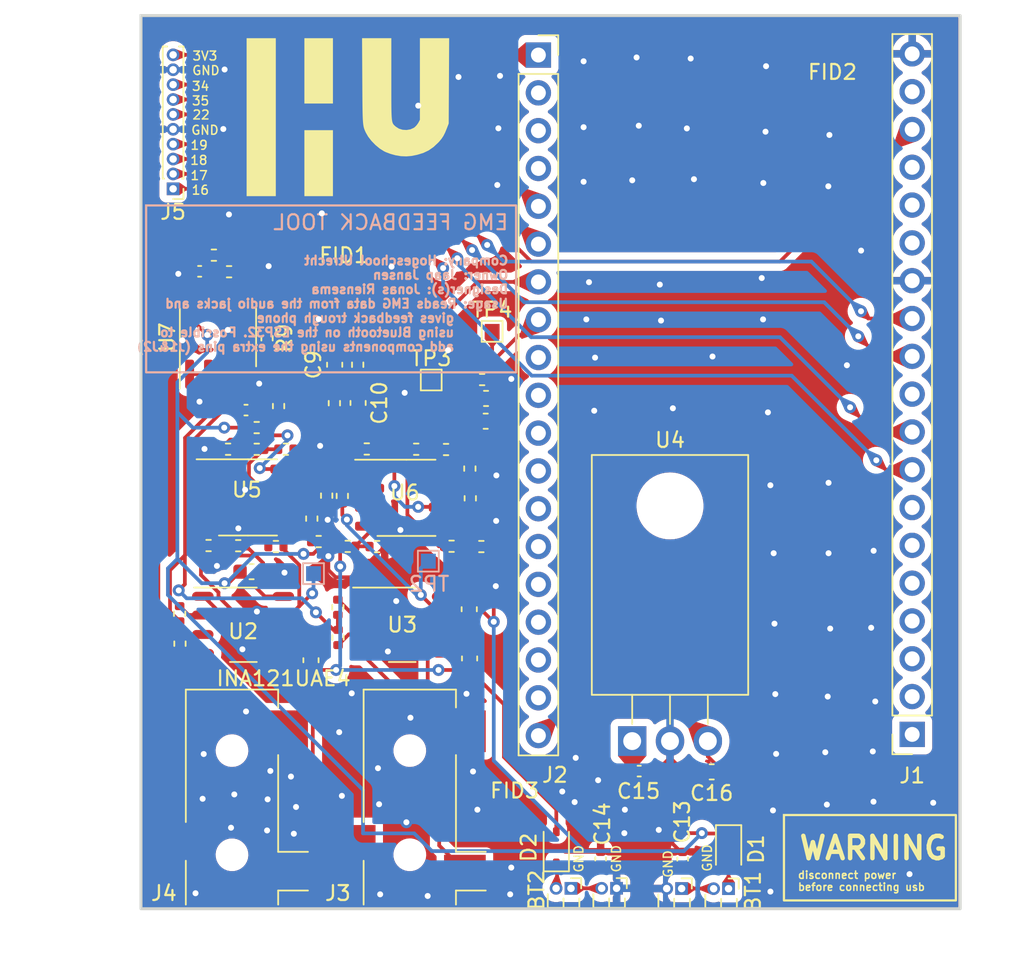
<source format=kicad_pcb>
(kicad_pcb (version 20221018) (generator pcbnew)
  (layers (0 "F.Cu" signal) (31 "B.Cu" signal) (34 "B.Paste" user) (35 "F.Paste" user) (36 "B.SilkS" user "B.Silkscreen") (37 "F.SilkS" user "F.Silkscreen") (38 "B.Mask" user) (39 "F.Mask" user) (44 "Edge.Cuts" user))
  (net 0 "")
  (net 1 "GND")
  (net 2 "+9V")
  (net 3 "-9V")
  (net 4 "RL_conn")
  (net 5 "/Connector Opamp/Right_Leg")
  (net 6 "/Connector Opamp/IN1.2")
  (net 7 "/Connector Opamp/IN2.2")
  (net 8 "/Connector Opamp/IN1.1")
  (net 9 "/Connector Opamp/IN2.1")
  (net 10 "Net-(R4-Pad2)")
  (net 11 "In_amp1")
  (net 12 "In_amp2")
  (net 13 "Net-(U7B--)")
  (net 14 "Net-(U7A--)")
  (net 15 "/Bluetooth ESP/CLK")
  (net 16 "/Bluetooth ESP/D0")
  (net 17 "/Bluetooth ESP/D1")
  (net 18 "/Bluetooth ESP/2")
  (net 19 "/Bluetooth ESP/0")
  (net 20 "/Bluetooth ESP/4")
  (net 21 "/Bluetooth ESP/16")
  (net 22 "/Bluetooth ESP/17")
  (net 23 "/Bluetooth ESP/5")
  (net 24 "/Bluetooth ESP/18")
  (net 25 "/Bluetooth ESP/19")
  (net 26 "/Bluetooth ESP/21")
  (net 27 "/Bluetooth ESP/RX")
  (net 28 "/Bluetooth ESP/TX")
  (net 29 "/Bluetooth ESP/22")
  (net 30 "/Bluetooth ESP/23")
  (net 31 "/Bluetooth ESP/3V3")
  (net 32 "/Bluetooth ESP/EN")
  (net 33 "/Bluetooth ESP/VP")
  (net 34 "/Bluetooth ESP/VN")
  (net 35 "/Bluetooth ESP/34")
  (net 36 "/Bluetooth ESP/35")
  (net 37 "/Bluetooth ESP/25")
  (net 38 "/Bluetooth ESP/26")
  (net 39 "/Bluetooth ESP/27")
  (net 40 "/Bluetooth ESP/14")
  (net 41 "/Bluetooth ESP/12")
  (net 42 "/Bluetooth ESP/13")
  (net 43 "/Bluetooth ESP/D2")
  (net 44 "/Bluetooth ESP/D3")
  (net 45 "/Bluetooth ESP/CMD")
  (net 46 "+5V")
  (net 47 "Net-(R1-Pad1)")
  (net 48 "Net-(R8-Pad2)")
  (net 50 "Net-(BT1--)")
  (net 51 "Net-(BT4--)")
  (net 52 "32")
  (net 53 "33")
  (net 55 "Net-(R5-Pad1)")
  (net 56 "Net-(R10-Pad1)")
  (net 57 "Net-(BT2--)")
  (net 58 "Net-(BT2-+)")
  (net 59 "Net-(C10-Pad2)")
  (net 60 "Net-(C7-Pad1)")
  (net 61 "Net-(U5A--)")
  (net 62 "Net-(R3-Pad1)")
  (net 63 "Net-(U5B--)")
  (net 64 "Net-(R29-Pad2)")
  (net 65 "Net-(U5C-V-)")
  (net 66 "Net-(U6C-V-)")
  (net 67 "Net-(U6C-V+)")
  (net 68 "Net-(U5B-+)")
  (net 69 "Net-(U6A--)")
  (net 70 "Net-(R21-Pad1)")
  (net 71 "Net-(U6B--)")
  (net 72 "Net-(U6B-+)")
  (net 73 "Net-(R25-Pad1)")
  (net 74 "Net-(U5C-V+)")
  (footprint "Package_SO:SOIC-8_3.9x4.9mm_P1.27mm" (layer "F.Cu") (at 91.751 51.388)
    (fp_text reference "U5")
    (fp_text value "TP1542A-SR")
  )
  (footprint "Fiducial:Fiducial_0.5mm_Mask1.5mm" (layer "F.Cu") (at 98.181 36.843)
    (fp_text reference "FID1")
    (fp_text value "Fiducial")
  )
  (footprint "Resistor_SMD:R_0402_1005Metric" (layer "F.Cu") (at 93.03 40.695 -90)
    (fp_text reference "R9")
    (fp_text value "10K")
  )
  (footprint "footprints:INA121UAE4" (layer "F.Cu") (at 91.44 59.944)
    (fp_text reference "U2")
    (fp_text value "INA121UAE4" hide)
  )
  (footprint "Resistor_SMD:R_0402_1005Metric" (layer "F.Cu") (at 106.65 49.451 -90)
    (fp_text reference "R27" hide)
    (fp_text value "15k")
  )
  (footprint "Resistor_SMD:R_0402_1005Metric" (layer "F.Cu") (at 93.806 45.253 90)
    (fp_text reference "R30" hide)
    (fp_text value "33k")
  )
  (footprint "Package_SO:SOIC-8_3.9x4.9mm_P1.27mm" (layer "F.Cu") (at 102.393 51.415)
    (fp_text reference "U6")
    (fp_text value "TP1542A-SR")
  )
  (footprint "Diode_SMD:D_SOD-323" (layer "F.Cu") (at 112.454 74.8995 90)
    (fp_text reference "D2")
    (fp_text value "D_Schottky")
  )
  (footprint "Resistor_SMD:R_0402_1005Metric" (layer "F.Cu") (at 89.462 35.114)
    (fp_text reference "R11" hide)
    (fp_text value "390k")
  )
  (footprint "Resistor_SMD:R_0402_1005Metric" (layer "F.Cu") (at 98.45 54.677)
    (fp_text reference "R17" hide)
    (fp_text value "68k")
  )
  (footprint "Connector_PinSocket_2.54mm:PinSocket_1x19_P2.54mm_Vertical" (layer "F.Cu") (at 136.35 67.31 180)
    (fp_text reference "J1")
    (fp_text value "Conn_01x19_Socket")
  )
  (footprint "Capacitor_SMD:C_0402_1005Metric" (layer "F.Cu") (at 115.432 75.674 90)
    (fp_text reference "C14")
    (fp_text value "10n")
  )
  (footprint "Resistor_SMD:R_0402_1005Metric" (layer "F.Cu") (at 91.095 54.632)
    (fp_text reference "R14" hide)
    (fp_text value "15k")
  )
  (footprint "Capacitor_SMD:C_0603_1608Metric" (layer "F.Cu") (at 99.144 45.044 -90)
    (fp_text reference "C10")
    (fp_text value "100n")
  )
  (footprint "Resistor_SMD:R_0402_1005Metric" (layer "F.Cu") (at 105.422 54.669)
    (fp_text reference "R24" hide)
    (fp_text value "68k")
  )
  (footprint "Resistor_SMD:R_0402_1005Metric" (layer "F.Cu") (at 90.482 36.227)
    (fp_text reference "R10" hide)
    (fp_text value "390K")
  )
  (footprint "Package_TO_SOT_THT:TO-220F-3_Horizontal_TabDown" (layer "F.Cu") (at 117.549 67.759)
    (fp_text reference "U4")
    (fp_text value "L7805")
  )
  (footprint "Resistor_SMD:R_0402_1005Metric" (layer "F.Cu") (at 89.105 54.622)
    (fp_text reference "R12" hide)
    (fp_text value "68k")
  )
  (footprint "Resistor_SMD:R_0402_1005Metric" (layer "F.Cu") (at 93.627 54.689)
    (fp_text reference "R2" hide)
    (fp_text value "1K")
  )
  (footprint "Resistor_SMD:R_0402_1005Metric" (layer "F.Cu") (at 105.051 48.17)
    (fp_text reference "R19" hide)
    (fp_text value "33k")
  )
  (footprint "Connector_Audio:Jack_3.5mm_CUI_SJ-3523-SMT_Horizontal" (layer "F.Cu") (at 102.616 72.898 180)
    (fp_text reference "J3")
    (fp_text value "AudioJack3")
  )
  (footprint "Capacitor_SMD:C_0603_1608Metric" (layer "F.Cu") (at 122.889 69.827 180)
    (fp_text reference "C16")
    (fp_text value "100nF")
  )
  (footprint "Resistor_SMD:R_0402_1005Metric" (layer "F.Cu") (at 107.472 43.471)
    (fp_text reference "R28" hide)
    (fp_text value "150K")
  )
  (footprint "Package_SO:SOIC-8_3.9x4.9mm_P1.27mm" (layer "F.Cu") (at 89.737 40.634 90)
    (fp_text reference "U7")
    (fp_text value "TP1542A-SR")
  )
  (footprint "Capacitor_SMD:C_0603_1608Metric" (layer "F.Cu") (at 106.631 62.207 90)
    (fp_text reference "C4" hide)
    (fp_text value "100n")
  )
  (footprint "Resistor_SMD:R_0402_1005Metric" (layer "F.Cu") (at 97.8 60.798 -90)
    (fp_text reference "R8" hide)
    (fp_text value "100")
  )
  (footprint "Resistor_SMD:R_0402_1005Metric" (layer "F.Cu") (at 99.729 48.134 180)
    (fp_text reference "R22" hide)
    (fp_text value "1K")
  )
  (footprint "Connector_PinHeader_1.00mm:PinHeader_1x02_P1.00mm_Horizontal" (layer "F.Cu") (at 124.019 77.675 -90)
    (fp_text reference "BT2")
    (fp_text value "Battery_Cell")
  )
  (footprint "Connector_PinHeader_1.00mm:PinHeader_1x02_P1.00mm_Horizontal" (layer "F.Cu") (at 120.868 77.664 -90)
    (fp_text reference "BT3" hide)
    (fp_text value "Battery_Cell")
  )
  (footprint "Capacitor_SMD:C_0402_1005Metric" (layer "F.Cu") (at 88.507 36.2 180)
    (fp_text reference "C5" hide)
    (fp_text value "10n")
  )
  (footprint "Connector_PinHeader_1.00mm:PinHeader_1x10_P1.00mm_Vertical" (layer "F.Cu") (at 86.724 30.657 180)
    (fp_text reference "J5")
    (fp_text value "Conn_01x10_Pin")
  )
  (footprint "Fiducial:Fiducial_0.5mm_Mask1.5mm" (layer "F.Cu") (at 130.994 24.529)
    (fp_text reference "FID2")
    (fp_text value "Fiducial")
  )
  (footprint "Connector_PinSocket_2.54mm:PinSocket_1x19_P2.54mm_Vertical" (layer "F.Cu") (at 111.252 21.67)
    (fp_text reference "J2")
    (fp_text value "Conn_01x19_Socket")
  )
  (footprint "TestPoint:TestPoint_Pad_1.0x1.0mm" (layer "F.Cu") (at 104.056 43.5)
    (fp_text reference "TP3")
    (fp_text value "TestPoint")
  )
  (footprint "Resistor_SMD:R_0402_1005Metric" (layer "F.Cu") (at 97.787 58.769 -90)
    (fp_text reference "R5" hide)
    (fp_text value "100")
  )
  (footprint "Capacitor_SMD:C_0603_1608Metric" (layer "F.Cu") (at 95.981 62.327 90)
    (fp_text reference "C2" hide)
    (fp_text value "100n")
  )
  (footprint "Resistor_SMD:R_0402_1005Metric" (layer "F.Cu") (at 87.184 61.214 -90)
    (fp_text reference "R4" hide)
    (fp_text value "100")
  )
  (footprint "Resistor_SMD:R_0402_1005Metric" (layer "F.Cu") (at 106.678 51.449 -90)
    (fp_text reference "R25" hide)
    (fp_text value "15K")
  )
  (footprint "Resistor_SMD:R_0402_1005Metric" (layer "F.Cu") (at 99.118 42.474 90)
    (fp_text reference "R31" hide)
    (fp_text value "150K")
  )
  (footprint "footprints:INA121UAE4" (layer "F.Cu") (at 102.108707 59.944707)
    (fp_text reference "U3")
    (fp_text value "INA121UAE4")
  )
  (footprint "Capacitor_SMD:C_0603_1608Metric" (layer "F.Cu") (at 107.713 46.267 180)
    (fp_text reference "C7" hide)
    (fp_text value "1n")
  )
  (footprint "Connector_PinHeader_1.00mm:PinHeader_1x02_P1.00mm_Horizontal" (layer "F.Cu") (at 116.502 77.648 -90)
    (fp_text reference "BT1")
    (fp_text value "Battery_Cell")
  )
  (footprint "LOGO" (layer "F.Cu") (at 98.82 25.524)
    (fp_text reference "G***" hide)
    (fp_text value "LOGO" hide)
  )
  (footprint "Connector_PinHeader_1.00mm:PinHeader_1x02_P1.00mm_Horizontal" (layer "F.Cu") (at 113.44 77.651 -90)
    (fp_text reference "BT4" hide)
    (fp_text value "Battery_Cell")
  )
  (footprint "Resistor_SMD:R_0402_1005Metric" (layer "F.Cu") (at 107.421 54.69)
    (fp_text reference "R23" hide)
    (fp_text value "15K")
  )
  (footprint "TestPoint:TestPoint_Pad_1.0x1.0mm" (layer "F.Cu") (at 108.145 40.234)
    (fp_text reference "TP4")
    (fp_text value "TestPoint")
  )
  (footprint "Capacitor_SMD:C_0603_1608Metric" (layer "F.Cu") (at 91.994 56.375 180)
    (fp_text reference "C1" hide)
    (fp_text value "100n")
  )
  (footprint "Diode_SMD:D_SOD-323" (layer "F.Cu") (at 124.024 75.017 -90)
    (fp_text reference "D1")
    (fp_text value "D_Schottky")
  )
  (footprint "Resistor_SMD:R_0402_1005Metric" (layer "F.Cu") (at 96.036 52.812 90)
    (fp_text reference "R18" hide)
    (fp_text value "15K")
  )
  (footprint "Resistor_SMD:R_0402_1005Metric" (layer "F.Cu") (at 94.295 48.152 180)
    (fp_text reference "R7" hide)
    (fp_text value "15K")
  )
  (footprint "Capacitor_SMD:C_0402_1005Metric" (layer "F.Cu") (at 91.619 45.523)
    (fp_text reference "C6" hide)
    (fp_text value "10n")
  )
  (footprint "Capacitor_SMD:C_0402_1005Metric" (layer "F.Cu") (at 120.94 75.684 90)
    (fp_text reference "C13")
    (fp_text value "10n")
  )
  (footprint "Resistor_SMD:R_0402_1005Metric" (layer "F.Cu") (at 103.047 48.15)
    (fp_text reference "R15" hide)
    (fp_text value "56k")
  )
  (footprint "Resistor_SMD:R_0402_1005Metric" (layer "F.Cu") (at 92.341 48.154 180)
    (fp_text reference "R6" hide)
    (fp_text value "1K")
  )
  (footprint "Capacitor_SMD:C_0402_1005Metric" (layer "F.Cu") (at 118.021 69.776)
    (fp_text reference "C15")
    (fp_text value "10uF")
  )
  (footprint "Resistor_SMD:R_0402_1005Metric" (layer "F.Cu") (at 92.337 46.698)
    (fp_text reference "R26" hide)
    (fp_text value "56k")
  )
  (footprint "Connector_Audio:Jack_3.5mm_CUI_SJ-3523-SMT_Horizontal" (layer "F.Cu") (at 90.678 72.898 180)
    (fp_text reference "J4")
    (fp_text value "AudioJack3")
  )
  (footprint "Resistor_SMD:R_0402_1005Metric" (layer "F.Cu") (at 96.498 54.354 180)
    (fp_text reference "R16" hide)
    (fp_text value "68k")
  )
  (footprint "Capacitor_SMD:C_0603_1608Metric" (layer "F.Cu") (at 106.608 58.9 90)
    (fp_text reference "C3" hide)
    (fp_text value "100n")
  )
  (footprint "Resistor_SMD:R_0402_1005Metric" (layer "F.Cu") (at 100.422 54.691)
    (fp_text reference "R13" hide)
    (fp_text value "15k")
  )
  (footprint "Fiducial:Fiducial_0.5mm_Mask1.5mm" (layer "F.Cu") (at 109.655 72.803)
    (fp_text reference "FID3")
    (fp_text value "Fiducial")
  )
  (footprint "Resistor_SMD:R_0402_1005Metric" (layer "F.Cu") (at 97.035 51.27 90)
    (fp_text reference "R21" hide)
    (fp_text value "10K")
  )
  (footprint "Capacitor_SMD:C_0603_1608Metric" (layer "F.Cu") (at 97.572 42.474 90)
    (fp_text reference "C9")
    (fp_text value "1n")
  )
  (footprint "Resistor_SMD:R_0402_1005Metric" (layer "F.Cu") (at 97.553 45.057 -90)
    (fp_text reference "R29" hide)
    (fp_text value "15k")
  )
  (footprint "Resistor_SMD:R_0402_1005Metric" (layer "F.Cu") (at 87.162 59.204 -90)
    (fp_text reference "R1" hide)
    (fp_text value "100")
  )
  (footprint "Resistor_SMD:R_0402_1005Metric" (layer "F.Cu") (at 98.086 51.29 -90)
    (fp_text reference "R20" hide)
    (fp_text value "1K")
  )
  (footprint "Resistor_SMD:R_0402_1005Metric" (layer "F.Cu") (at 90.415 48.15)
    (fp_text reference "R3" hide)
    (fp_text value "10K")
  )
  (footprint "Capacitor_SMD:C_0603_1608Metric" (layer "F.Cu") (at 107.737 44.739)
    (fp_text reference "C8" hide)
    (fp_text value "100n")
  )
  (footprint "TestPoint:TestPoint_Pad_1.0x1.0mm" (layer "B.Cu") (at 103.861 55.671 180)
    (fp_text reference "TP2")
    (fp_text value "TestPoint")
  )
  (footprint "TestPoint:TestPoint_Pad_1.0x1.0mm" (layer "B.Cu") (at 96.152 56.508 180)
    (fp_text reference "TP1" hide)
    (fp_text value "TestPoint")
  )
  (gr_rect (start 127.74 72.726) (end 139.284 78.463) (stroke (width 0.15)) (fill none) (layer "F.SilkS"))
  (gr_rect (start 84.57 19.02) (end 139.57 79.02) (stroke (width 0.2)) (fill none) (layer "Edge.Cuts"))
  (gr_text "EMG FEEDBACK TOOL" (at 109.318 33.498) (layer "B.SilkS") (effects (font (size 1 1)) (justify left bottom mirror)))
  (gr_text "18" (at 87.819 29.089) (layer "F.SilkS") (effects (font (size 0.6 0.6) (thickness 0.1)) (justify left bottom)))
  (gr_text "22" (at 87.966 26.041) (layer "F.SilkS") (effects (font (size 0.6 0.6) (thickness 0.1)) (justify left bottom)))
  (gr_text "34" (at 87.933 24.117) (layer "F.SilkS") (effects (font (size 0.6 0.6) (thickness 0.1)) (justify left bottom)))
  (gr_text "WARNING\n" (at 128.628 75.822) (layer "F.SilkS") (effects (font (size 1.5 1.5) (thickness 0.3) bold) (justify left bottom)))
  (gr_text "GND" (at 87.885 27.068) (layer "F.SilkS") (effects (font (size 0.6 0.6) (thickness 0.1)) (justify left bottom)))
  (gr_text "GND" (at 120.312 76.993 90) (layer "F.SilkS") (effects (font (size 0.6 0.6) (thickness 0.1)) (justify left bottom)))
  (gr_text "17" (at 87.836 30.116) (layer "F.SilkS") (effects (font (size 0.6 0.6) (thickness 0.1)) (justify left bottom)))
  (gr_text "16" (at 87.917 31.094) (layer "F.SilkS") (effects (font (size 0.6 0.6) (thickness 0.1)) (justify left bottom)))
  (gr_text "35" (at 87.933 25.095) (layer "F.SilkS") (effects (font (size 0.6 0.6) (thickness 0.1)) (justify left bottom)))
  (gr_text "disconnect power\nbefore connecting usb" (at 128.628 77.854) (layer "F.SilkS") (effects (font (size 0.5 0.5) (thickness 0.1) bold) (justify left bottom)))
  (gr_text "GND" (at 87.95 23.058) (layer "F.SilkS") (effects (font (size 0.6 0.6) (thickness 0.1)) (justify left bottom)))
  (gr_text "3V3" (at 87.966 22.079) (layer "F.SilkS") (effects (font (size 0.6 0.6) (thickness 0.1)) (justify left bottom)))
  (gr_text "19" (at 87.836 28.079) (layer "F.SilkS") (effects (font (size 0.6 0.6) (thickness 0.1)) (justify left bottom)))
  (gr_text "GND" (at 122.946 76.588 90) (layer "F.SilkS") (effects (font (size 0.6 0.6) (thickness 0.1)) (justify left bottom)))
  (gr_text "GND" (at 114.317 76.648 90) (layer "F.SilkS") (effects (font (size 0.6 0.6) (thickness 0.1)) (justify left bottom)))
  (gr_text "GND" (at 116.838 76.639 90) (layer "F.SilkS") (effects (font (size 0.6 0.6) (thickness 0.1)) (justify left bottom)))
  (gr_text_box "\n\n\nCompany: Hogeschool Utrecht\nOwner: Jaap Jansen\nDesigner(s): Jonas Riensema\nUsage: Reads EMG data from the audio jacks and \n	   gives feedback trough phone\n	   using Bluetooth on the ESP32. Possible to \n	   add components using the extra pins (J1&J2)" (start 84.913 31.774) (end 109.755 42.985) (layer "B.SilkS") (effects (font (size 0.6 0.6) (thickness 0.15) bold) (justify left top mirror)) (stroke (width 0.15)))
  (segment (start 105.682293 60.600707) (end 104.848707 60.600707) (width 0.25) (layer "F.Cu") (net 1))
  (segment (start 102.481 44.361) (end 102.273 44.361) (width 0.25) (layer "F.Cu") (net 1))
  (segment (start 120.089 67.759) (end 120.089 68.872) (width 0.25) (layer "F.Cu") (net 1))
  (segment (start 100.932 54.691) (end 98.8705 56.7525) (width 0.25) (layer "F.Cu") (net 1))
  (segment (start 106.608 59.685) (end 108.004 61.081) (width 0.25) (layer "F.Cu") (net 1))
  (segment (start 107.982 43.471) (end 109.391 43.471) (width 0.25) (layer "F.Cu") (net 1))
  (segment (start 90.077 26.657) (end 90.095 26.639) (width 0.25) (layer "F.Cu") (net 1))
  (segment (start 98.391 47.596) (end 98.747 47.596) (width 0.25) (layer "F.Cu") (net 1))
  (segment (start 116.502 77.648) (end 119.852 77.648) (width 0.25) (layer "F.Cu") (net 1))
  (segment (start 95.94 50.047) (end 98.391 47.596) (width 0.25) (layer "F.Cu") (net 1))
  (segment (start 119.852 77.648) (end 119.868 77.664) (width 0.25) (layer "F.Cu") (net 1))
  (segment (start 119.185 69.776) (end 118.501 69.776) (width 0.25) (layer "F.Cu") (net 1))
  (segment (start 106.608 59.675) (end 105.682293 60.600707) (width 0.25) (layer "F.Cu") (net 1))
  (segment (start 90.364 55.294) (end 89.667 55.991) (width 0.25) (layer "F.Cu") (net 1))
  (segment (start 109.391 43.471) (end 109.433 43.429) (width 0.25) (layer "F.Cu") (net 1))
  (segment (start 86.724 22.657) (end 90.165 22.657) (width 0.25) (layer "F.Cu") (net 1))
  (segment (start 97.638902 56.7525) (end 97.1495 56.263098) (width 0.25) (layer "F.Cu") (net 1))
  (segment (start 95.021 60.592) (end 94.14 60.592) (width 0.25) (layer "F.Cu") (net 1))
  (segment (start 92.769 56.375) (end 92.769 55.796) (width 0.25) (layer "F.Cu") (net 1))
  (segment (start 120.089 68.872) (end 121.044 69.827) (width 0.25) (layer "F.Cu") (net 1))
  (segment (start 121.044 69.827) (end 122.114 69.827) (width 0.25) (layer "F.Cu") (net 1))
  (segment (start 95.94 52.206) (end 95.94 50.047) (width 0.25) (layer "F.Cu") (net 1))
  (segment (start 98.747 47.596) (end 101.982 44.361) (width 0.25) (layer "F.Cu") (net 1))
  (segment (start 86.724 26.657) (end 90.077 26.657) (width 0.25) (layer "F.Cu") (net 1))
  (segment (start 101.982 44.361) (end 102.273 44.361) (width 0.25) (layer "F.Cu") (net 1))
  (segment (start 120.089 68.872) (end 119.185 69.776) (width 0.25) (layer "F.Cu") (net 1))
  (segment (start 91.642 37.348) (end 93.139 35.851) (width 0.25) (layer "F.Cu") (net 1))
  (segment (start 92.769 55.796) (end 92.267 55.294) (width 0.25) (layer "F.Cu") (net 1))
  (segment (start 88.027 36.2) (end 87.241 36.2) (width 0.25) (layer "F.Cu") (net 1))
  (segment (start 92.267 55.294) (end 91.605 54.632) (width 0.25) (layer "F.Cu") (net 1))
  (segment (start 92.769 56.375) (end 94.136 56.375) (width 0.25) (layer "F.Cu") (net 1))
  (segment (start 120.813 75.204) (end 119.334 73.725) (width 0.25) (layer "F.Cu") (net 1))
  (segment (start 106.631 61.432) (end 105.799707 60.600707) (width 0.25) (layer "F.Cu") (net 1))
  (segment (start 105.561 47.441) (end 102.481 44.361) (width 0.25) (layer "F.Cu") (net 1))
  (segment (start 93.886 60.592) (end 92.351 59.057) (width 0.25) (layer "F.Cu") (net 1))
  (segment (start 91.605 54.632) (end 91.605 53.969) (width 0.25) (layer "F.Cu") (net 1))
  (segment (start 104.832998 60.579) (end 104.407998 60.579) (width 0.25) (layer "F.Cu") (net 1))
  (segment (start 105.561 48.17) (end 105.561 47.441) (width 0.25) (layer "F.Cu") (net 1))
  (segment (start 98.8705 56.7525) (end 97.638902 56.7525) (width 0.25) (layer "F.Cu") (net 1))
  (segment (start 92.099 44.147) (end 92.503 43.743) (width 0.25) (layer "F.Cu") (net 1))
  (segment (start 94.136 56.375) (end 94.203 56.442) (width 0.25) (layer "F.Cu") (net 1))
  (segment (start 91.605 53.969) (end 91.104 53.468) (width 0.25) (layer "F.Cu") (net 1))
  (segment (start 105.799707 60.600707) (end 104.848707 60.600707) (width 0.25) (layer "F.Cu") (net 1))
  (segment (start 90.165 22.657) (end 90.182 22.64) (width 0.25) (layer "F.Cu") (net 1))
  (segment (start 106.608 59.675) (end 106.608 59.685) (width 0.25) (layer "F.Cu") (net 1))
  (segment (start 95.981 61.552) (end 95.021 60.592) (width 0.25) (layer "F.Cu") (net 1))
  (segment (start 94.14 60.592) (end 93.886 60.592) (width 0.25) (layer "F.Cu") (net 1))
  (segment (start 92.099 45.523) (end 92.099 44.147) (width 0.25) (layer "F.Cu") (net 1))
  (segment (start 96.036 52.302) (end 95.94 52.206) (width 0.25) (layer "F.Cu") (net 1))
  (segment (start 92.267 55.294) (end 90.364 55.294) (width 0.25) (layer "F.Cu") (net 1))
  (segment (start 87.241 36.2) (end 87.073 36.368) (width 0.25) (layer "F.Cu") (net 1))
  (segment (start 97.1495 56.263098) (end 97.1495 55.334505) (width 0.25) (layer "F.Cu") (net 1))
  (segment (start 120.94 75.204) (end 120.813 75.204) (width 0.25) (layer "F.Cu") (net 1))
  (segment (start 91.642 38.159) (end 91.642 37.348) (width 0.25) (layer "F.Cu") (net 1))
  (via (at 136.173 76.696) (size 0.8) (drill 0.4) (layers "F.Cu" "B.Cu") (net 1))
  (via (at 133.761 54.973) (size 0.8) (drill 0.4) (layers "F.Cu" "B.Cu") (net 1))
  (via (at 108.675 23.069) (size 0.8) (drill 0.4) (layers "F.Cu" "B.Cu") (net 1))
  (via (at 121.22 26.599) (size 0.8) (drill 0.4) (layers "F.Cu" "B.Cu") (net 1))
  (via (at 102.388 73.212) (size 0.8) (drill 0.4) (layers "F.Cu" "B.Cu") (net 1))
  (via (at 127.104 59.87) (size 0.8) (drill 0.4) (layers "F.Cu" "B.Cu") (net 1))
  (via (at 105.189 41.5) (size 0.8) (drill 0.4) (layers "F.Cu" "B.Cu") (net 1))
  (via (at 100.627 78.053) (size 0.8) (drill 0.4) (layers "F.Cu" "B.Cu") (net 1))
  (via (at 94.831 73.982) (size 0.8) (drill 0.4) (layers "F.Cu" "B.Cu") (net 1))
  (via (at 88.497 44.955) (size 0.8) (drill 0.4) (layers "F.Cu" "B.Cu") (net 1))
  (via (at 133.871 65.097) (size 0.8) (drill 0.4) (layers "F.Cu" "B.Cu") (net 1))
  (via (at 119.486 39.508) (size 0.8) (drill 0.4) (layers "F.Cu" "B.Cu") (net 1))
  (via (at 90.833 71.341) (size 0.8) (drill 0.4) (layers "F.Cu" "B.Cu") (net 1))
  (via (at 91.104 53.468) (size 0.8) (drill 0.4) (layers "F.Cu" "B.Cu") (net 1))
  (via (at 130.735 50.407) (size 0.8) (drill 0.4) (layers "F.Cu" "B.Cu") (net 1))
  (via (at 133.596 60.145) (size 0.8) (drill 0.4) (layers "F.Cu" "B.Cu") (net 1))
  (via (at 130.68 64.767) (size 0.8) (drill 0.4) (layers "F.Cu" "B.Cu") (net 1))
  (via (at 108.431 49.91) (size 0.8) (drill 0.4) (layers "F.Cu" "B.Cu") (net 1))
  (via (at 92.351 59.057) (size 0.8) (drill 0.4) (layers "F.Cu" "B.Cu") (net 1))
  (via (at 108.565 26.591) (size 0.8) (drill 0.4) (layers "F.Cu" "B.Cu") (net 1))
  (via (at 108.416 52.966) (size 0.8) (drill 0.4) (layers "F.Cu" "B.Cu") (net 1))
  (via (at 119.405 37.09) (size 0.8) (drill 0.4) (layers "F.Cu" "B.Cu") (net 1))
  (via (at 88.706 71.635) (size 0.8) (drill 0.4) (layers "F.Cu" "B.Cu") (net 1))
  (via (at 114.287 22.088) (size 0.8) (drill 0.4) (layers "F.Cu" "B.Cu") (net 1))
  (via (at 97.103 52.892) (size 0.8) (drill 0.4) (layers "F.Cu" "B.Cu") (net 1))
  (via (at 96.496 39.409) (size 0.8) (drill 0.4) (layers "F.Cu" "B.Cu") (net 1))
  (via (at 103.185 25.07) (size 0.8) (drill 0.4) (layers "F.Cu" "B.Cu") (net 1))
  (via (at 87.35 40.835) (size 0.8) (drill 0.4) (layers "F.Cu" "B.Cu") (net 1))
  (via (at 130.515 68.508) (size 0.8) (drill 0.4) (layers "F.Cu" "B.Cu") (net 1))
  (via (at 130.845 60.2) (size 0.8) (drill 0.4) (layers "F.Cu" "B.Cu") (net 1))
  (via (at 100.48 69.58) (size 0.8) (drill 0.4) (layers "F.Cu" "B.Cu") (net 1))
  (via (at 100.554 72.001) (size 0.8) (drill 0.4) (layers "F.Cu" "B.Cu") (net 1))
  (via (at 114.649 36.929) (size 0.8) (drill 0.4) (layers "F.Cu" "B.Cu") (net 1))
  (via (at 127.214 68.618) (size 0.8) (drill 0.4) (layers "F.Cu" "B.Cu") (net 1))
  (via (at 122.943 41.923) (size 0.8) (drill 0.4) (layers "F.Cu" "B.Cu") (net 1))
  (via (at 126.831 77.87) (size 0.8) (drill 0.4) (layers "F.Cu" "B.Cu") (net 1))
  (via (at 106.862 69.801) (size 0.8) (drill 0.4) (layers "F.Cu" "B.Cu") (net 1))
  (via (at 117.023 73.945) (size 0.8) (drill 0.4) (layers "F.Cu" "B.Cu") (net 1))
  (via (at 92.503 43.743) (size 0.8) (drill 0.4) (layers "F.Cu" "B.Cu") (net 1))
  (via (at 93.254 69.764) (size 0.8) (drill 0.4) (layers "F.Cu" "B.Cu") (net 1))
  (via (at 114.287 26.517) (size 0.8) (drill 0.4) (layers "F.Cu" "B.Cu") (net 1))
  (via (at 126.248 36.651) (size 0.8) (drill 0.4) (layers "F.Cu" "B.Cu") (net 1))
  (via (at 101.988 53.576) (size 0.8) (drill 0.4) (layers "F.Cu" "B.Cu") (net 1))
  (via (at 130.735 55.138) (size 0.8) (drill 0.4) (layers "F.Cu" "B.Cu") (net 1))
  (via (at 126.337 39.428) (size 0.8) (drill 0.4) (layers "F.Cu" "B.Cu") (net 1))
  (via (at 101.706 58.352) (size 0.8) (drill 0.4) (layers "F.Cu" "B.Cu") (net 1))
  (via (at 121.697 30.01) (size 0.8) (drill 0.4) (layers "F.Cu" "B.Cu") (net 1))
  (via (at 93.071 71.671) (size 0.8) (drill 0.4) (layers "F.Cu" "B.Cu") (net 1))
  (via (at 105.887 23.143) (size 0.8) (drill 0.4) (layers "F.Cu" "B.Cu") (net 1))
  (via (at 137.762 71.903) (size 0.8) (drill 0.4) (layers "F.Cu" "B.Cu") (net 1))
  (via (at 130.793 27.039) (size 0.8) (drill 0.4) (layers "F.Cu" "B.Cu") (net 1))
  (via (at 97.876 67.16) (size 0.8) (drill 0.4) (layers "F.Cu" "B.Cu") (net 1))
  (via (at 107.156 72.368) (size 0.8) (drill 0.4) (layers "F.Cu" "B.Cu") (net 1))
  (via (at 87.073 36.368) (size 0.8) (drill 0.4) (layers "F.Cu" "B.Cu") (net 1))
  (via (at 88.832 48.132) (size 0.8) (drill 0.4) (layers "F.Cu" "B.Cu") (net 1))
  (via (at 90.399 40.136) (size 0.8) (drill 0.4) (layers "F.Cu" "B.Cu") (net 1))
  (via (at 109.43 76.256) (size 0.8) (drill 0.4) (layers "F.Cu" "B.Cu") (net 1))
  (via (at 114.47 39.429) (size 0.8) (drill 0.4) (layers "F.Cu" "B.Cu") (net 1))
  (via (at 115 45.565) (size 0.8) (drill 0.4) (layers "F.Cu" "B.Cu") (net 1))
  (via (at 117.552 30.084) (size 0.8) (drill 0.4) (layers "F.Cu" "B.Cu") (net 1))
  (via (at 96.71 32.306) (size 0.8) (drill 0.4) (layers "F.Cu" "B.Cu") (net 1))
  (via (at 126.539 22.418) (size 0.8) (drill 0.4) (layers "F.Cu" "B.Cu") (net 1))
  (via (at 106.424 64.582) (size 0.8) (drill 0.4) (layers "F.Cu" "B.Cu") (net 1))
  (via (at 91.378 61.591) (size 0.8) (drill 0.4) (layers "F.Cu" "B.Cu") (net 1))
  (via (at 112.854 71.146) (size 0.8) (drill 0.4) (layers "F.Cu" "B.Cu") (net 1))
  (via (at 117.845 21.831) (size 0.8) (drill 0.4) (layers "F.Cu" "B.Cu") (net 1))
  (via (at 94.203 56.442) (size 0.8) (drill 0.4) (layers "F.Cu" "B.Cu") (net 1))
  (via (at 131.967 42.51) (size 0.8) (drill 0.4) (layers "F.Cu" "B.Cu") (net 1))
  (via (at 101.146 61.737) (size 0.8) (drill 0.4) (layers "F.Cu" "B.Cu") (net 1))
  (via (at 117.059 72.368) (size 0.8) (drill 0.4) (layers "F.Cu" "B.Cu") (net 1))
  (via (at 93.034 73.762) (size 0.8) (drill 0.4) (layers "F.Cu" "B.Cu") (net 1))
  (via (at 90.474 32.379) (size 0.8) (drill 0.4) (layers "F.Cu" "B.Cu") (net 1))
  (via (at 127.159 64.602) (size 0.8) (drill 0.4) (layers "F.Cu" "B.Cu") (net 1))
  (via (at 90.095 26.639) (size 0.8) (drill 0.4) (layers "F.Cu" "B.Cu") (net 1))
  (via (at 117.992 26.416) (size 0.8) (drill 0.4) (layers "F.Cu" "B.Cu") (net 1))
  (via (at 132.92 34.807) (size 0.8) (drill 0.4) (layers "F.Cu" "B.Cu") (net 1))
  (via (at 115.057 41.996) (size 0.8) (drill 0.4) (layers "F.Cu" "B.Cu") (net 1))
  (via (at 130.622 72.025) (size 0.8) (drill 0.4) (layers "F.Cu" "B.Cu") (net 1))
  (via (at 109.433 43.429) (size 0.8) (drill 0.4) (layers "F.Cu" "B.Cu") (net 1))
  (via (at 96.595 47.925) (size 0.8) (drill 0.4) (layers "F.Cu" "B.Cu") (net 1))
  (via (at 89.667 55.991) (size 0.8) (drill 0.4) (layers "F.Cu" "B.Cu") (net 1))
  (via (at 102.273 44.361) (size 0.8) (drill 0.4) (layers "F.Cu" "B.Cu") (net 1))
  (via (at 101.392 35.888) (size 0.8) (drill 0.4) (layers "F.Cu" "B.Cu") (net 1))
  (via (at 120.282 45.4) (size 0.8) (drill 0.4) (layers "F.Cu" "B.Cu") (net 1))
  (via (at 113.758 68.884) (size 0.8) (drill 0.4) (layers "F.Cu" "B.Cu") (net 1))
  (via (at 98.717 64.549) (size 0.8) (drill 0.4) (layers "F.Cu" "B.Cu") (net 1))
  (via (at 108.492 30.4) (size 0.8) (drill 0.4) (layers "F.Cu" "B.Cu") (net 1))
  (via (at 94.978 72.185) (size 0.8) (drill 0.4) (layers "F.Cu" "B.Cu") (net 1))
  (via (at 97.1495 55.334505) (size 0.8) (drill 0.4) (layers "F.Cu" "B.Cu") (net 1))
  (via (at 113.685 71.855) (size 0.8) (drill 0.4) (layers "F.Cu" "B.Cu") (net 1))
  (via (at 119.334 73.725) (size 0.8) (drill 0.4) (layers "F.Cu" "B.Cu") (net 1))
  (via (at 103.818 78.164) (size 0.8) (drill 0.4) (layers "F.Cu" "B.Cu") (net 1))
  (via (at 109.357 78.053) (size 0.8) (drill 0.4) (layers "F.Cu" "B.Cu") (net 1))
  (via (at 126.829 50.572) (size 0.8) (drill 0.4) (layers "F.Cu" "B.Cu") (net 1))
  (via (at 91.621201 65.769799) (size 0.8) (drill 0.4) (layers "F.Cu" "B.Cu") (net 1))
  (via (at 115.262 70.387) (size 0.8) (drill 0.4) (layers "F.Cu" "B.Cu") (net 1))
  (via (at 126.355 30.267) (size 0.8) (drill 0.4) (layers "F.Cu" "B.Cu") (net 1))
  (via (at 127.049 55.138) (size 0.8) (drill 0.4) (layers "F.Cu" "B.Cu") (net 1))
  (via (at 133.706 68.453) (size 0.8) (drill 0.4) (layers "F.Cu" "B.Cu") (net 1))
  (via (at 130.72 30.487) (size 0.8) (drill 0.4) (layers "F.Cu" "B.Cu") (net 1))
  (via (at 108.392 57.349) (size 0.8) (drill 0.4) (layers "F.Cu" "B.Cu") (net 1))
  (via (at 127.003 72.416) (size 0.8) (drill 0.4) (layers "F.Cu" "B.Cu") (net 1))
  (via (at 126.502 26.819) (size 0.8) (drill 0.4) (layers "F.Cu" "B.Cu") (net 1))
  (via (at 102.660701 66.189299) (size 0.8) (drill 0.4) (layers "F.Cu" "B.Cu") (net 1))
  (via (at 90.613 73.579) (size 0.8) (drill 0.4) (layers "F.Cu" "B.Cu") (net 1))
  (via (at 133.752 71.83) (size 0.8) (drill 0.4) (layers "F.Cu" "B.Cu") (net 1))
  (via (at 90.182 22.64) (size 0.8) (drill 0.4) (layers "F.Cu" "B.Cu") (net 1))
  (via (at 88.229 77.98) (size 0.8) (drill 0.4) (layers "F.Cu" "B.Cu") (net 1))
  (via (at 93.139 35.851) (size 0.8) (drill 0.4) (layers "F.Cu" "B.Cu") (net 1))
  (via (at 121.477 21.904) (size 0.8) (drill 0.4) (layers "F.Cu" "B.Cu") (net 1))
  (via (at 94.637201 70.141799) (size 0.8) (drill 0.4) (layers "F.Cu" "B.Cu") (net 1))
  (via (at 91.559 50.876) (size 0.8) (drill 0.4) (layers "F.Cu" "B.Cu") (net 1))
  (via (at 88.779 68.627) (size 0.8) (drill 0.4) (layers "F.Cu" "B.Cu") (net 1))
  (via (at 126.664 45.675) (size 0.8) (drill 0.4) (layers "F.Cu" "B.Cu") (net 1))
  (via (at 98.057042 71.438443) (size 0.8) (drill 0.4) (layers "F.Cu" "B.Cu") (net 1))
  (via (at 114.287 30.185) (size 0.8) (drill 0.4) (layers "F.Cu" "B.Cu") (net 1))
  (segment (start 97.642462 52.968907) (end 97.719369 52.892) (width 0.25) (layer "B.Cu") (net 1))
  (segment (start 96.626501 54.66907) (end 96.654018 54.696587) (width 0.25) (layer "B.Cu") (net 1))
  (segment (start 97.719369 52.892) (end 97.103 52.892) (width 0.25) (layer "B.Cu") (net 1))
  (segment (start 97.642462 48.991538) (end 97.642462 52.968907) (width 0.25) (layer "B.Cu") (net 1))
  (segment (start 96.654018 54.696587) (end 96.654018 54.839023) (width 0.25) (layer "B.Cu") (net 1))
  (segment (start 96.654018 54.839023) (end 97.1495 55.334505) (width 0.25) (layer "B.Cu") (net 1))
  (segment (start 97.103 52.892) (end 97.103 53.508369) (width 0.25) (layer "B.Cu") (net 1))
  (segment (start 97.103 53.508369) (end 96.626501 53.984868) (width 0.25) (layer "B.Cu") (net 1))
  (segment (start 96.626501 53.984868) (end 96.626501 54.66907) (width 0.25) (layer "B.Cu") (net 1))
  (segment (start 102.273 44.361) (end 97.642462 48.991538) (width 0.25) (layer "B.Cu") (net 1))
  (segment (start 117.541 67.767) (end 117.549 67.759) (width 0.25) (layer "F.Cu") (net 2))
  (segment (start 104.570249 54.669) (end 102.4545 52.553251) (width 0.25) (layer "F.Cu") (net 2))
  (segment (start 96.964003 54.354) (end 96.134922 55.183081) (width 0.25) (layer "F.Cu") (net 2))
  (segment (start 96.134922 55.183081) (end 95.479517 55.183081) (width 0.25) (layer "F.Cu") (net 2))
  (segment (start 97.008 54.354) (end 96.964003 54.354) (width 0.25) (layer "F.Cu") (net 2))
  (segment (start 91.824 46.701) (end 90.156 46.701) (width 0.25) (layer "F.Cu") (net 2))
  (segment (start 104.912 54.669) (end 104.570249 54.669) (width 0.25) (layer "F.Cu") (net 2))
  (segment (start 91.827 46.698) (end 91.824 46.701) (width 0.25) (layer "F.Cu") (net 2))
  (segment (start 87.832 39.292) (end 89.013 40.473) (width 0.25) (layer "F.Cu") (net 2))
  (segment (start 104.912 54.917462) (end 108.254 58.259462) (width 0.25) (layer "F.Cu") (net 2))
  (segment (start 88.987 36.2) (end 88.987 36.627249) (width 0.25) (layer "F.Cu") (net 2))
  (segment (start 90.44112 57.15288) (end 90.178362 57.15288) (width 0.25) (layer "F.Cu") (net 2))
  (segment (start 120.88 73.942) (end 122.227 73.942) (width 0.25) (layer "F.Cu") (net 2))
  (segment (start 122.252 73.967) (end 122.227 73.942) (width 0.25) (layer "F.Cu") (net 2))
  (segment (start 106.608 58.125) (end 104.893 58.125) (width 0.25) (layer "F.Cu") (net 2))
  (segment (start 87.832 38.159) (end 87.832 39.292) (width 0.25) (layer "F.Cu") (net 2))
  (segment (start 124.024 73.967) (end 122.252 73.967) (width 0.25) (layer "F.Cu") (net 2))
  (segment (start 91.219 56.375) (end 92.884 58.04) (width 0.25) (layer "F.Cu") (net 2))
  (segment (start 108.254 58.259462) (end 108.254 59.742) (width 0.25) (layer "F.Cu") (net 2))
  (segment (start 88.987 36.627249) (end 87.832 37.782249) (width 0.25) (layer "F.Cu") (net 2))
  (segment (start 92.884 58.04) (end 94.124 58.04) (width 0.25) (layer "F.Cu") (net 2))
  (segment (start 104.893 58.125) (end 104.820707 58.052707) (width 0.25) (layer "F.Cu") (net 2))
  (segment (start 117.541 69.776) (end 117.541 67.767) (width 0.25) (layer "F.Cu") (net 2))
  (segment (start 108.254 59.742) (end 108.225 59.742) (width 0.25) (layer "F.Cu") (net 2))
  (segment (start 102.4545 48.2325) (end 102.537 48.15) (width 0.25) (layer "F.Cu") (net 2))
  (segment (start 87.832 37.782249) (end 87.832 38.159) (width 0.25) (layer "F.Cu") (net 2))
  (segment (start 108.225 59.742) (end 106.608 58.125) (width 0.25) (layer "F.Cu") (net 2))
  (segment (start 117.541 69.776) (end 117.541 70.603) (width 0.25) (layer "F.Cu") (net 2))
  (segment (start 104.912 54.669) (end 104.912 54.917462) (width 0.25) (layer "F.Cu") (net 2))
  (segment (start 91.219 56.375) (end 90.44112 57.15288) (width 0.25) (layer "F.Cu") (net 2))
  (segment (start 102.4545 52.553251) (end 102.4545 48.2325) (width 0.25) (layer "F.Cu") (net 2))
  (segment (start 117.541 70.603) (end 120.88 73.942) (width 0.25) (layer "F.Cu") (net 2))
  (via (at 90.178362 57.15288) (size 0.8) (drill 0.4) (layers "F.Cu" "B.Cu") (net 2))
  (via (at 95.479517 55.183081) (size 0.8) (drill 0.4) (layers "F.Cu" "B.Cu") (net 2))
  (via (at 90.156 46.701) (size 0.8) (drill 0.4) (layers "F.Cu" "B.Cu") (net 2))
  (via (at 122.227 73.942) (size 0.8) (drill 0.4) (layers "F.Cu" "B.Cu") (net 2))
  (via (at 108.254 59.742) (size 0.8) (drill 0.4) (layers "F.Cu" "B.Cu") (net 2))
  (via (at 89.013 40.473) (size 0.8) (drill 0.4) (layers "F.Cu" "B.Cu") (net 2))
  (segment (start 87.009497 43.652503) (end 87.009497 44.56) (width 0.25) (layer "B.Cu") (net 2))
  (segment (start 89.013 40.473) (end 89.013 41.649) (width 0.25) (layer "B.Cu") (net 2))
  (segment (start 121.02 75.149) (end 122.227 73.942) (width 0.25) (layer "B.Cu") (net 2))
  (segment (start 86.3755 56.15489) (end 87.009497 55.520893) (width 0.25) (layer "B.Cu") (net 2))
  (segment (start 114.331 75.149) (end 108.254 69.072) (width 0.25) (layer "B.Cu") (net 2))
  (segment (start 95.479517 55.183081) (end 92.256419 55.183081) (width 0.25) (layer "B.Cu") (net 2))
  (segment (start 87.009497 55.520893) (end 88.641484 57.15288) (width 0.25) (layer "B.Cu") (net 2))
  (segment (start 86.3755 57.942098) (end 86.3755 56.15489) (width 0.25) (layer "B.Cu") (net 2))
  (segment (start 87.009497 44.56) (end 87.009497 45.661497) (width 0.25) (layer "B.Cu") (net 2))
  (segment (start 99.477 71.043598) (end 86.3755 57.942098) (width 0.25) (layer "B.Cu") (net 2))
  (segment (start 87.009497 45.661497) (end 88.049 46.701) (width 0.25) (layer "B.Cu") (net 2))
  (segment (start 114.331 75.149) (end 121.02 75.149) (width 0.25) (layer "B.Cu") (net 2))
  (segment (start 102.907412 73.957) (end 99.477 73.957) (width 0.25) (layer "B.Cu") (net 2))
  (segment (start 88.049 46.701) (end 90.156 46.701) (width 0.25) (layer "B.Cu") (net 2))
  (segment (start 90.28662 57.15288) (end 90.178362 57.15288) (width 0.25) (layer "B.Cu") (net 2))
  (segment (start 87.009497 44.56) (end 87.009497 55.520893) (width 0.25) (layer "B.Cu") (net 2))
  (segment (start 108.254 69.072) (end 108.254 59.742) (width 0.25) (layer "B.Cu") (net 2))
  (segment (start 114.331 75.149) (end 104.099412 75.149) (width 0.25) (layer "B.Cu") (net 2))
  (segment (start 99.477 73.957) (end 99.477 71.043598) (width 0.25) (layer "B.Cu") (net 2))
  (segment (start 88.641484 57.15288) (end 90.178362 57.15288) (width 0.25) (layer "B.Cu") (net 2))
  (segment (start 89.013 41.649) (end 87.009497 43.652503) (width 0.25) (layer "B.Cu") (net 2))
  (segment (start 92.256419 55.183081) (end 90.28662 57.15288) (width 0.25) (layer "B.Cu") (net 2))
  (segment (start 104.099412 75.149) (end 102.907412 73.957) (width 0.25) (layer "B.Cu") (net 2))
  (segment (start 108.94 68.833) (end 108.94 65.291) (width 0.25) (layer "F.Cu") (net 3))
  (segment (start 97.94 56.024) (end 97.944 56.028) (width 0.25) (layer "F.Cu") (net 3))
  (segment (start 93.568 61.852) (end 89.77 58.054) (width 0.25) (layer "F.Cu") (net 3))
  (segment (start 108.94 65.291) (end 106.631 62.982) (width 0.25) (layer "F.Cu") (net 3))
  (segment (start 104.545 62.982) (end 104.544 62.981) (width 0.25) (layer "F.Cu") (net 3))
  (segment (start 112.454 73.8495) (end 112.454 72.347) (width 0.25) (layer "F.Cu") (net 3))
  (segment (start 91.139 45.523) (end 90.107 45.523) (width 0.25) (layer "F.Cu") (net 3))
  (segment (start 89.77 57.769117) (end 88.595 56.594117) (width 0.25) (layer "F.Cu") (net 3))
  (segment (start 89.77 58.054) (end 89.77 57.769117) (width 0.25) (layer "F.Cu") (net 3))
  (segment (start 90.107 45.523) (end 87.976 47.654) (width 0.25) (layer "F.Cu") (net 3))
  (segment (start 97.94 54.677) (end 97.94 56.024) (width 0.25) (layer "F.Cu") (net 3))
  (segment (start 94.16 61.852) (end 93.568 61.852) (width 0.25) (layer "F.Cu") (net 3))
  (segment (start 88.595 56.594117) (end 88.595 54.622) (width 0.25) (layer "F.Cu") (net 3))
  (segment (start 97.67 62.981) (end 96.102 62.981) (width 0.25) (layer "F.Cu") (net 3))
  (segment (start 87.976 47.654) (end 87.976 54.003) (width 0.25) (layer "F.Cu") (net 3))
  (segment (start 105.982 62.982) (end 104.848707 61.848707) (width 0.25) (layer "F.Cu") (net 3))
  (segment (start 95.981 63.102) (end 95.41 63.102) (width 0.25) (layer "F.Cu") (net 3))
  (segment (start 87.976 54.003) (end 88.595 54.622) (width 0.25) (layer "F.Cu") (net 3))
  (segment (start 91.139 43.612) (end 91.642 43.109) (width 0.25) (layer "F.Cu") (net 3))
  (segment (start 96.102 62.981) (end 95.981 63.102) (width 0.25) (layer "F.Cu") (net 3))
  (segment (start 106.631 62.982) (end 105.982 62.982) (width 0.25) (layer "F.Cu") (net 3))
  (segment (start 105.982 62.982) (end 104.545 62.982) (width 0.25) (layer "F.Cu") (net 3))
  (segment (start 112.454 72.347) (end 108.94 68.833) (width 0.25) (layer "F.Cu") (net 3))
  (segment (start 91.139 45.523) (end 91.139 43.612) (width 0.25) (layer "F.Cu") (net 3))
  (segment (start 95.41 63.102) (end 94.16 61.852) (width 0.25) (layer "F.Cu") (net 3))
  (via (at 104.544 62.981) (size 0.8) (drill 0.4) (layers "F.Cu" "B.Cu") (net 3))
  (via (at 97.944 56.028) (size 0.8) (drill 0.4) (layers "F.Cu" "B.Cu") (net 3))
  (via (at 97.67 62.981) (size 0.8) (drill 0.4) (layers "F.Cu" "B.Cu") (net 3))
  (segment (start 104.544 62.981) (end 97.67 62.981) (width 0.25) (layer "B.Cu") (net 3))
  (segment (start 97.944 56.028) (end 97.944 62.707) (width 0.25) (layer "B.Cu") (net 3))
  (segment (start 97.944 62.707) (end 97.67 62.981) (width 0.25) (layer "B.Cu") (net 3))
  (segment (start 87.513 57.22) (end 87.513 55.281998) (width 0.25) (layer "F.Cu") (net 4))
  (segment (start 97.8 60.288) (end 97.491 60.288) (width 0.25) (layer "F.Cu") (net 4))
  (segment (start 87.1 57.633) (end 87.513 57.22) (width 0.25) (layer "F.Cu") (net 4))
  (segment (start 87.526499 55.268499) (end 87.526499 47.387042) (width 0.25) (layer "F.Cu") (net 4))
  (segment (start 97.491 60.288) (end 96.312 59.109) (width 0.25) (layer "F.Cu") (net 4))
  (segment (start 87.184 59.736) (end 87.162 59.714) (width 0.25) (layer "F.Cu") (net 4))
  (segment (start 87.513 55.281998) (end 87.526499 55.268499) (width 0.25) (layer "F.Cu") (net 4))
  (segment (start 90.272 44.641541) (end 90.272 43.209) (width 0.25) (layer "F.Cu") (net 4))
  (segment (start 90.272 43.209) (end 90.372 43.109) (width 0.25) (layer "F.Cu") (net 4))
  (segment (start 86.517 56.277998) (end 87.526499 55.268499) (width 0.25) (layer "F.Cu") (net 4))
  (segment (start 97.787 59.279) (end 97.787 60.275) (width 0.25) (layer "F.Cu") (net 4))
  (segment (start 97.787 60.275) (end 97.8 60.288) (width 0.25) (layer "F.Cu") (net 4))
  (segment (start 86.517 59.069) (end 86.517 56.277998) (width 0.25) (layer "F.Cu") (net 4))
  (segment (start 87.184 60.704) (end 87.184 59.736) (width 0.25) (layer "F.Cu") (net 4))
  (segment (start 87.162 59.714) (end 86.517 59.069) (width 0.25) (layer "F.Cu") (net 4))
  (segment (start 87.526499 47.387042) (end 90.272 44.641541) (width 0.25) (layer "F.Cu") (net 4))
  (via (at 96.312 59.109) (size 0.8) (drill 0.4) (layers "F.Cu" "B.Cu") (net 4))
  (via (at 87.1 57.633) (size 0.8) (drill 0.4) (layers "F.Cu" "B.Cu") (net 4))
  (segment (start 87.635 58.168) (end 95.371 58.168) (width 0.25) (layer "B.Cu") (net 4))
  (segment (start 95.371 58.168) (end 96.312 59.109) (width 0.25) (layer "B.Cu") (net 4))
  (segment (start 87.1 57.633) (end 87.635 58.168) (width 0.25) (layer "B.Cu") (net 4))
  (segment (start 86.978 74.498) (end 85.732 73.252) (width 0.25) (layer "F.Cu") (net 5))
  (segment (start 96.103 77.923) (end 98.916 75.11) (width 0.25) (layer "F.Cu") (net 5))
  (segment (start 85.732 36.669402) (end 87.287402 35.114) (width 0.25) (layer "F.Cu") (net 5))
  (segment (start 87.287402 35.114) (end 88.952 35.114) (width 0.25) (layer "F.Cu") (net 5))
  (segment (start 90.403 77.923) (end 96.103 77.923) (width 0.25) (layer "F.Cu") (net 5))
  (segment (start 86.978 74.498) (end 90.403 77.923) (width 0.25) (layer "F.Cu") (net 5))
  (segment (start 85.732 73.252) (end 85.732 36.669402) (width 0.25) (layer "F.Cu") (net 5))
  (segment (start 104.591 74.773) (end 104.591 67.095) (width 0.25) (layer "F.Cu") (net 6))
  (segment (start 104.591 67.095) (end 99.368707 61.872707) (width 0.25) (layer "F.Cu") (net 6))
  (segment (start 106.316 76.498) (end 104.591 74.773) (width 0.25) (layer "F.Cu") (net 6))
  (segment (start 103.8195 62.0705) (end 99.789707 58.040707) (width 0.25) (layer "F.Cu") (net 7))
  (segment (start 99.789707 58.040707) (end 99.364707 58.040707) (width 0.25) (layer "F.Cu") (net 7))
  (segment (start 106.316 67.098) (end 103.8195 64.6015) (width 0.25) (layer "F.Cu") (net 7))
  (segment (start 103.8195 64.6015) (end 103.8195 62.0705) (width 0.25) (layer "F.Cu") (net 7))
  (segment (start 89.757902 59.024) (end 88.761902 58.028) (width 0.25) (layer "F.Cu") (net 8))
  (segment (start 96.103 74.773) (end 96.103 65.283098) (width 0.25) (layer "F.Cu") (net 8))
  (segment (start 96.103 65.283098) (end 89.843902 59.024) (width 0.25) (layer "F.Cu") (net 8))
  (segment (start 88.761902 58.028) (end 88.72 58.028) (width 0.25) (layer "F.Cu") (net 8))
  (segment (start 89.843902 59.024) (end 89.757902 59.024) (width 0.25) (layer "F.Cu") (net 8))
  (segment (start 94.378 76.498) (end 96.103 74.773) (width 0.25) (layer "F.Cu") (net 8))
  (segment (start 94.378 67.098) (end 93.974 67.098) (width 0.25) (layer "F.Cu") (net 9))
  (segment (start 93.974 67.098) (end 88.744 61.868) (width 0.25) (layer "F.Cu") (net 9))
  (segment (start 88.312 60.596) (end 87.184 61.724) (width 0.25) (layer "F.Cu") (net 10))
  (segment (start 88.712 60.596) (end 88.312 60.596) (width 0.25) (layer "F.Cu") (net 10))
  (segment (start 94.585 59.3) (end 95.182 58.703) (width 0.25) (layer "F.Cu") (net 11))
  (segment (start 94.16 59.3) (end 94.585 59.3) (width 0.25) (layer "F.Cu") (net 11))
  (segment (start 95.182 58.703) (end 95.195 58.69) (width 0.25) (layer "F.Cu") (net 11))
  (segment (start 95.195 58.69) (end 95.195 55.926) (width 0.25) (layer "F.Cu") (net 11))
  (segment (start 94.137 54.868) (end 94.137 54.689) (width 0.25) (layer "F.Cu") (net 11))
  (segment (start 95.191 58.703) (end 96.060799 57.833201) (width 0.25) (layer "F.Cu") (net 11))
  (segment (start 95.182 58.703) (end 95.191 58.703) (width 0.25) (layer "F.Cu") (net 11))
  (segment (start 95.195 55.926) (end 94.137 54.868) (width 0.25) (layer "F.Cu") (net 11))
  (via (at 96.060799 57.833201) (size 0.8) (drill 0.4) (layers "F.Cu" "B.Cu") (net 11))
  (segment (start 96.152 56.508) (end 96.152 57.742) (width 0.25) (layer "B.Cu") (net 11))
  (segment (start 96.152 57.742) (end 96.060799 57.833201) (width 0.25) (layer "B.Cu") (net 11))
  (segment (start 104.746707 59.328707) (end 103.355 57.937) (width 0.25) (layer "F.Cu") (net 12))
  (segment (start 98.086 52.567905) (end 98.392952 52.874857) (width 0.25) (layer "F.Cu") (net 12))
  (segment (start 98.086 51.8) (end 98.086 52.567905) (width 0.25) (layer "F.Cu") (net 12))
  (segment (start 104.832707 59.328707) (end 104.746707 59.328707) (width 0.25) (layer "F.Cu") (net 12))
  (via (at 98.392952 52.874857) (size 0.8) (drill 0.4) (layers "F.Cu" "B.Cu") (net 12))
  (via (at 103.355 57.937) (size 0.8) (drill 0.4) (layers "F.Cu" "B.Cu") (net 12))
  (segment (start 98.392952 53.263317) (end 98.392952 52.874857) (width 0.25) (layer "B.Cu") (net 12))
  (segment (start 103.355 57.937) (end 103.066635 57.937) (width 0.25) (layer "B.Cu") (net 12))
  (segment (start 103.355 57.937) (end 103.355 56.145) (width 0.25) (layer "B.Cu") (net 12))
  (segment (start 103.355 56.145) (end 103.843 55.657) (width 0.25) (layer "B.Cu") (net 12))
  (segment (start 103.066635 57.937) (end 98.392952 53.263317) (width 0.25) (layer "B.Cu") (net 12))
  (segment (start 90.372 38.535751) (end 92.021249 40.185) (width 0.25) (layer "F.Cu") (net 13))
  (segment (start 90.372 38.159) (end 90.372 38.535751) (width 0.25) (layer "F.Cu") (net 13))
  (segment (start 92.021249 40.185) (end 93.03 40.185) (width 0.25) (layer "F.Cu") (net 13))
  (segment (start 90.992 37.539) (end 90.372 38.159) (width 0.25) (layer "F.Cu") (net 13))
  (segment (start 90.992 36.227) (end 90.992 37.539) (width 0.25) (layer "F.Cu") (net 13))
  (segment (start 93.03 41.205) (end 90.629249 41.205) (width 0.25) (layer "F.Cu") (net 14))
  (segment (start 89.102 42.732249) (end 89.102 43.109) (width 0.25) (layer "F.Cu") (net 14))
  (segment (start 90.629249 41.205) (end 89.102 42.732249) (width 0.25) (layer "F.Cu") (net 14))
  (segment (start 87.832 43.109) (end 89.102 43.109) (width 0.25) (layer "F.Cu") (net 14))
  (segment (start 133.942 48.892) (end 134.58 49.53) (width 0.25) (layer "F.Cu") (net 21))
  (segment (start 86.724 30.657) (end 99.531 30.657) (width 0.25) (layer "F.Cu") (net 21))
  (segment (start 134.58 49.53) (end 136.35 49.53) (width 0.25) (layer "F.Cu") (net 21))
  (segment (start 99.531 30.657) (end 104.855 35.981) (width 0.25) (layer "F.Cu") (net 21))
  (via (at 104.855 35.981) (size 0.8) (drill 0.4) (layers "F.Cu" "B.Cu") (net 21))
  (via (at 133.942 48.892) (size 0.8) (drill 0.4) (layers "F.Cu" "B.Cu") (net 21))
  (segment (start 128.257 43.207) (end 133.942 48.892) (width 0.25) (layer "B.Cu") (net 21))
  (segment (start 104.855 37.254701) (end 110.807299 43.207) (width 0.25) (layer "B.Cu") (net 21))
  (segment (start 104.855 35.981) (end 104.855 37.254701) (width 0.25) (layer "B.Cu") (net 21))
  (segment (start 110.807299 43.207) (end 128.257 43.207) (width 0.25) (layer "B.Cu") (net 21))
  (segment (start 132.181 45.334) (end 133.837 46.99) (width 0.25) (layer "F.Cu") (net 22))
  (segment (start 133.837 46.99) (end 136.35 46.99) (width 0.25) (layer "F.Cu") (net 22))
  (segment (start 100.144 29.657) (end 105.808 35.321) (width 0.25) (layer "F.Cu") (net 22))
  (segment (start 86.724 29.657) (end 100.144 29.657) (width 0.25) (layer "F.Cu") (net 22))
  (via (at 132.181 45.334) (size 0.8) (drill 0.4) (layers "F.Cu" "B.Cu") (net 22))
  (via (at 105.808 35.321) (size 0.8) (drill 0.4) (layers "F.Cu" "B.Cu") (net 22))
  (segment (start 110.765299 40.625) (end 127.472 40.625) (width 0.25) (layer "B.Cu") (net 22))
  (segment (start 127.472 40.625) (end 132.181 45.334) (width 0.25) (layer "B.Cu") (net 22))
  (segment (start 105.808 35.667701) (end 110.765299 40.625) (width 0.25) (layer "B.Cu") (net 22))
  (segment (start 105.808 35.321) (end 105.808 35.667701) (width 0.25) (layer "B.Cu") (net 22))
  (segment (start 132.731 40.566) (end 134.075 41.91) (width 0.25) (layer "F.Cu") (net 24))
  (segment (start 134.075 41.91) (end 136.35 41.91) (width 0.25) (layer "F.Cu") (net 24))
  (segment (start 100.686 28.657) (end 106.799 34.77) (width 0.25) (layer "F.Cu") (net 24))
  (segment (start 86.724 28.657) (end 100.686 28.657) (width 0.25) (layer "F.Cu") (net 24))
  (via (at 106.799 34.77) (size 0.8) (drill 0.4) (layers "F.Cu" "B.Cu") (net 24))
  (via (at 132.731 40.566) (size 0.8) (drill 0.4) (layers "F.Cu" "B.Cu") (net 24))
  (segment (start 130.44 38.275) (end 132.731 40.566) (width 0.25) (layer "B.Cu") (net 24))
  (segment (start 110.304 38.275) (end 130.44 38.275) (width 0.25) (layer "B.Cu") (net 24))
  (segment (start 106.799 34.77) (end 110.304 38.275) (width 0.25) (layer "B.Cu") (net 24))
  (segment (start 132.915 38.879) (end 133.406 39.37) (width 0.25) (layer "F.Cu") (net 25))
  (segment (start 133.406 39.37) (end 136.35 39.37) (width 0.25) (layer "F.Cu") (net 25))
  (segment (start 101.041 27.657) (end 107.812 34.428) (width 0.25) (layer "F.Cu") (net 25))
  (segment (start 86.724 27.657) (end 101.041 27.657) (width 0.25) (layer "F.Cu") (net 25))
  (via (at 107.812 34.428) (size 0.8) (drill 0.4) (layers "F.Cu" "B.Cu") (net 25))
  (via (at 132.915 38.879) (size 0.8) (drill 0.4) (layers "F.Cu" "B.Cu") (net 25))
  (segment (start 129.581 35.545) (end 132.915 38.879) (width 0.25) (layer "B.Cu") (net 25))
  (segment (start 108.929 35.545) (end 129.581 35.545) (width 0.25) (layer "B.Cu") (net 25))
  (segment (start 107.812 34.428) (end 108.929 35.545) (width 0.25) (layer "B.Cu") (net 25))
  (segment (start 127.475 35.545) (end 136.35 26.67) (width 0.25) (layer "F.Cu") (net 29))
  (segment (start 86.724 25.657) (end 100.877299 25.657) (width 0.25) (layer "F.Cu") (net 29))
  (segment (start 110.765299 35.545) (end 127.475 35.545) (width 0.25) (layer "F.Cu") (net 29))
  (segment (start 100.877299 25.657) (end 110.765299 35.545) (width 0.25) (layer "F.Cu") (net 29))
  (segment (start 111.252 21.67) (end 89.176 21.67) (width 0.25) (layer "F.Cu") (net 31))
  (segment (start 86.724 21.657) (end 89.163 21.657) (width 0.25) (layer "F.Cu") (net 31))
  (segment (start 89.163 21.657) (end 89.176 21.67) (width 0.25) (layer "F.Cu") (net 31))
  (segment (start 86.724 23.657) (end 103.079 23.657) (width 0.25) (layer "F.Cu") (net 35))
  (segment (start 103.079 23.657) (end 111.252 31.83) (width 0.25) (layer "F.Cu") (net 35))
  (segment (start 86.724 24.657) (end 101.539 24.657) (width 0.25) (layer "F.Cu") (net 36))
  (segment (start 101.539 24.657) (end 111.252 34.37) (width 0.25) (layer "F.Cu") (net 36))
  (segment (start 122.609 67.779) (end 122.629 67.759) (width 0.25) (layer "F.Cu") (net 46))
  (segment (start 113.276 65.366) (end 111.252 67.39) (width 0.25) (layer "F.Cu") (net 46))
  (segment (start 122.629 67.759) (end 120.236 65.366) (width 0.25) (layer "F.Cu") (net 46))
  (segment (start 122.629 68.792) (end 123.664 69.827) (width 0.25) (layer "F.Cu") (net 46))
  (segment (start 122.629 67.759) (end 122.629 68.792) (width 0.25) (layer "F.Cu") (net 46))
  (segment (start 120.236 65.366) (end 113.276 65.366) (width 0.25) (layer "F.Cu") (net 46))
  (segment (start 87.756 59.288) (end 87.162 58.694) (width 0.25) (layer "F.Cu") (net 47))
  (segment (start 88.704 59.288) (end 87.756 59.288) (width 0.25) (layer "F.Cu") (net 47))
  (segment (start 99.368707 60.588707) (end 98.519293 60.588707) (width 0.25) (layer "F.Cu") (net 48))
  (segment (start 98.519293 60.588707) (end 97.8 61.308) (width 0.25) (layer "F.Cu") (net 48))
  (segment (start 113.443 77.648) (end 113.44 77.651) (width 0.25) (layer "F.Cu") (net 50))
  (segment (start 115.502 77.648) (end 113.443 77.648) (width 0.25) (layer "F.Cu") (net 50))
  (segment (start 112.506 77.585) (end 112.44 77.651) (width 0.25) (layer "F.Cu") (net 51))
  (segment (start 112.506 76.0955) (end 112.506 77.585) (width 0.25) (layer "F.Cu") (net 51))
  (segment (start 115.2275 75.9495) (end 115.432 76.154) (width 0.25) (layer "F.Cu") (net 51))
  (segment (start 112.454 75.9495) (end 115.2275 75.9495) (width 0.25) (layer "F.Cu") (net 51))
  (segment (start 100.562 43.5) (end 99.9225 44.1395) (width 0.25) (layer "F.Cu") (net 52))
  (segment (start 100.883 43.179) (end 107.152 36.91) (width 0.25) (layer "F.Cu") (net 52))
  (segment (start 99.498 44.564) (end 99.144 44.564) (width 0.25) (layer "F.Cu") (net 52))
  (segment (start 99.9225 44.1395) (end 99.498 44.564) (width 0.25) (layer "F.Cu") (net 52))
  (segment (start 99.9225 44.1395) (end 100.883 43.179) (width 0.25) (layer "F.Cu") (net 52))
  (segment (start 99.144 44.564) (end 99.113 44.533) (width 0.25) (layer "F.Cu") (net 52))
  (segment (start 104.056 43.5) (end 100.562 43.5) (width 0.25) (layer "F.Cu") (net 52))
  (segment (start 107.152 36.91) (end 111.252 36.91) (width 0.25) (layer "F.Cu") (net 52))
  (segment (start 99.113 42.989) (end 99.118 42.984) (width 0.25) (layer "F.Cu") (net 52))
  (segment (start 99.113 44.533) (end 99.113 42.989) (width 0.25) (layer "F.Cu") (net 52))
  (segment (start 106.962 43.471) (end 107.876 42.557) (width 0.25) (layer "F.Cu") (net 53))
  (segment (start 108.145 42.288) (end 107.876 42.557) (width 0.25) (layer "F.Cu") (net 53))
  (segment (start 110.219 40.483) (end 111.252 39.45) (width 0.25) (layer "F.Cu") (net 53))
  (segment (start 109.948 40.485) (end 109.948 40.483) (width 0.25) (layer "F.Cu") (net 53))
  (segment (start 106.962 44.739) (end 106.962 43.471) (width 0.25) (layer "F.Cu") (net 53))
  (segment (start 109.948 40.483) (end 110.219 40.483) (width 0.25) (layer "F.Cu") (net 53))
  (segment (start 108.145 41.974) (end 108.145 40.235) (width 0.25) (layer "F.Cu") (net 53))
  (segment (start 108.145 42.288) (end 109.948 40.485) (width 0.25) (layer "F.Cu") (net 53))
  (segment (start 108.145 41.974) (end 108.145 42.288) (width 0.25) (layer "F.Cu") (net 53))
  (segment (start 98.856707 59.328707) (end 97.787 58.259) (width 0.25) (layer "F.Cu") (net 55))
  (segment (start 99.356707 59.328707) (end 98.856707 59.328707) (width 0.25) (layer "F.Cu") (net 55))
  (segment (start 89.747 37.514) (end 89.102 38.159) (width 0.25) (layer "F.Cu") (net 56))
  (segment (start 89.972 36.227) (end 89.972 35.114) (width 0.25) (layer "F.Cu") (net 56))
  (segment (start 89.747 36.452) (end 89.747 37.514) (width 0.25) (layer "F.Cu") (net 56))
  (segment (start 89.972 36.227) (end 89.747 36.452) (width 0.25) (layer "F.Cu") (net 56))
  (segment (start 120.868 77.664) (end 123.008 77.664) (width 0.25) (layer "F.Cu") (net 57))
  (segment (start 123.008 77.664) (end 123.019 77.675) (width 0.25) (layer "F.Cu") (net 57))
  (segment (start 124.019 76.158) (end 124.058 76.119) (width 0.25) (layer "F.Cu") (net 58))
  (segment (start 124.019 77.675) (end 124.019 76.158) (width 0.25) (layer "F.Cu") (net 58))
  (segment (start 124.013 76.164) (end 120.94 76.164) (width 0.25) (layer "F.Cu") (net 58))
  (segment (start 124.058 76.119) (end 124.013 76.164) (width 0.25) (layer "F.Cu") (net 58))
  (segment (start 98.53 45.524) (end 99.144 45.524) (width 0.25) (layer "F.Cu") (net 59))
  (segment (start 97.553 44.547) (end 98.53 45.524) (width 0.25) (layer "F.Cu") (net 59))
  (segment (start 97.553 43.533) (end 97.794 43.292) (width 0.25) (layer "F.Cu") (net 59))
  (segment (start 97.553 44.547) (end 97.553 43.533) (width 0.25) (layer "F.Cu") (net 59))
  (segment (start 108.488 45.2) (end 108.746 44.942) (width 0.25) (layer "F.Cu") (net 60))
  (segment (start 108.488 46.267) (end 108.488 45.2) (width 0.25) (layer "F.Cu") (net 60))
  (segment (start 106.65 48.941) (end 106.732 48.941) (width 0.25) (layer "F.Cu") (net 60))
  (segment (start 106.732 48.941) (end 108.488 47.185) (width 0.25) (layer "F.Cu") (net 60))
  (segment (start 108.488 47.185) (end 108.488 46.267) (width 0.25) (layer "F.Cu") (net 60))
  (segment (start 89.276 50.753) (end 89.652751 50.753) (width 0.25) (layer "F.Cu") (net 61))
  (segment (start 93.117 54.689) (end 93.117 54.217249) (width 0.25) (layer "F.Cu") (net 61))
  (segment (start 89.652751 50.753) (end 90.925 49.480751) (width 0.25) (layer "F.Cu") (net 61))
  (segment (start 93.117 54.217249) (end 89.652751 50.753) (width 0.25) (layer "F.Cu") (net 61))
  (segment (start 90.925 49.480751) (end 90.925 48.15) (width 0.25) (layer "F.Cu") (net 61))
  (segment (start 89.905 48.15) (end 90.55 47.505) (width 0.25) (layer "F.Cu") (net 62))
  (segment (start 91.831 48.085462) (end 91.831 48.154) (width 0.25) (layer "F.Cu") (net 62))
  (segment (start 89.905 48.15) (end 89.905 48.854) (width 0.25) (layer "F.Cu") (net 62))
  (segment (start 91.250538 47.505) (end 91.831 48.085462) (width 0.25) (layer "F.Cu") (net 62))
  (segment (start 90.55 47.505) (end 91.250538 47.505) (width 0.25) (layer "F.Cu") (net 62))
  (segment (start 89.905 48.854) (end 89.276 49.483) (width 0.25) (layer "F.Cu") (net 62))
  (segment (start 91.8175 49.117902) (end 91.8175 49.991251) (width 0.25) (layer "F.Cu") (net 63))
  (segment (start 92.851 48.154) (end 93.783 48.154) (width 0.25) (layer "F.Cu") (net 63))
  (segment (start 92.851 48.154) (end 92.801538 48.154) (width 0.25) (layer "F.Cu") (net 63))
  (segment (start 91.8175 49.991251) (end 93.849249 52.023) (width 0.25) (layer "F.Cu") (net 63))
  (segment (start 92.801538 48.154) (end 92.156538 48.799) (width 0.25) (layer "F.Cu") (net 63))
  (segment (start 92.156538 48.799) (end 92.136402 48.799) (width 0.25) (layer "F.Cu") (net 63))
  (segment (start 92.136402 48.799) (end 91.8175 49.117902) (width 0.25) (layer "F.Cu") (net 63))
  (segment (start 93.849249 52.023) (end 94.226 52.023) (width 0.25) (layer "F.Cu") (net 63))
  (segment (start 93.783 48.154) (end 93.785 48.152) (width 0.25) (layer "F.Cu") (net 63))
  (segment (start 94.77331 50.753) (end 94.226 50.753) (width 0.25) (layer "F.Cu") (net 64))
  (segment (start 95.526 48.873) (end 95.526 49.82531) (width 0.25) (layer "F.Cu") (net 64))
  (segment (start 95.490499 49.860811) (end 95.490499 50.035811) (width 0.25) (layer "F.Cu") (net 64))
  (segment (start 94.805 48.152) (end 94.968 48.152) (width 0.25) (layer "F.Cu") (net 64))
  (segment (start 94.968 48.152) (end 97.553 45.567) (width 0.25) (layer "F.Cu") (net 64))
  (segment (start 95.526 49.82531) (end 95.490499 49.860811) (width 0.25) (layer "F.Cu") (net 64))
  (segment (start 94.805 48.152) (end 95.526 48.873) (width 0.25) (layer "F.Cu") (net 64))
  (segment (start 95.490499 50.035811) (end 94.77331 50.753) (width 0.25) (layer "F.Cu") (net 64))
  (segment (start 89.615 54.622) (end 89.615 53.632) (width 0.25) (layer "F.Cu") (net 65))
  (segment (start 90.585 54.602) (end 89.276 53.293) (width 0.25) (layer "F.Cu") (net 65))
  (segment (start 89.615 53.632) (end 89.276 53.293) (width 0.25) (layer "F.Cu") (net 65))
  (segment (start 90.585 54.632) (end 90.585 54.602) (width 0.25) (layer "F.Cu") (net 65))
  (segment (start 99.918 53.719) (end 98.96 54.677) (width 0.25) (layer "F.Cu") (net 66))
  (segment (start 98.96 54.677) (end 99.898 54.677) (width 0.25) (layer "F.Cu") (net 66))
  (segment (start 99.918 53.32) (end 99.918 53.719) (width 0.25) (layer "F.Cu") (net 66))
  (segment (start 99.898 54.677) (end 99.912 54.691) (width 0.25) (layer "F.Cu") (net 66))
  (segment (start 103.577 48.17) (end 103.557 48.15) (width 0.25) (layer "F.Cu") (net 67))
  (segment (start 104.541 48.17) (end 103.577 48.17) (width 0.25) (layer "F.Cu") (net 67))
  (segment (start 104.868 48.497) (end 104.541 48.17) (width 0.25) (layer "F.Cu") (net 67))
  (segment (start 104.868 49.51) (end 104.868 48.497) (width 0.25) (layer "F.Cu") (net 67))
  (segment (start 96.036 53.322) (end 94.255 53.322) (width 0.25) (layer "F.Cu") (net 68))
  (segment (start 94.255 53.322) (end 94.226 53.293) (width 0.25) (layer "F.Cu") (net 68))
  (segment (start 95.988 54.354) (end 95.988 53.37) (width 0.25) (layer "F.Cu") (net 68))
  (segment (start 95.988 53.37) (end 96.036 53.322) (width 0.25) (layer "F.Cu") (net 68))
  (segment (start 98.066 50.76) (end 98.086 50.78) (width 0.25) (layer "F.Cu") (net 69))
  (segment (start 97.035 50.76) (end 98.066 50.76) (width 0.25) (layer "F.Cu") (net 69))
  (segment (start 98.086 50.78) (end 99.918 50.78) (width 0.25) (layer "F.Cu") (net 69))
  (segment (start 99.918 49.51) (end 99.918 48.833) (width 0.25) (layer "F.Cu") (net 70))
  (segment (start 99.918 48.833) (end 99.219 48.134) (width 0.25) (layer "F.Cu") (net 70))
  (segment (start 97.11269 49.51) (end 96.39 50.23269) (width 0.25) (layer "F.Cu") (net 70))
  (segment (start 96.39 51.135) (end 97.035 51.78) (width 0.25) (layer "F.Cu") (net 70))
  (segment (start 99.918 49.51) (end 97.11269 49.51) (width 0.25) (layer "F.Cu") (net 70))
  (segment (start 96.39 50.23269) (end 96.39 51.135) (width 0.25) (layer "F.Cu") (net 70))
  (segment (start 104.868 52.05) (end 106.587 52.05) (width 0.25) (layer "F.Cu") (net 71))
  (segment (start 106.587 52.05) (end 106.678 51.959) (width 0.25) (layer "F.Cu") (net 71))
  (segment (start 100.239 48.134) (end 101.581 49.476) (width 0.25) (layer "F.Cu") (net 71))
  (segment (start 104.839 52.021) (end 104.868 52.05) (width 0.25) (layer "F.Cu") (net 71))
  (segment (start 103.179 52.021) (end 104.839 52.021) (width 0.25) (layer "F.Cu") (net 71))
  (segment (start 101.581 49.476) (end 101.581 50.624) (width 0.25) (layer "F.Cu") (net 71))
  (via (at 101.581 50.624) (size 0.8) (drill 0.4) (layers "F.Cu" "B.Cu") (net 71))
  (via (at 103.179 52.021) (size 0.8) (drill 0.4) (layers "F.Cu" "B.Cu") (net 71))
  (segment (start 102.295 52.021) (end 103.179 52.021) (width 0.25) (layer "B.Cu") (net 71))
  (segment (start 101.581 50.624) (end 101.581 51.307) (width 0.25) (layer "B.Cu") (net 71))
  (segment (start 101.829 51.555) (end 102.295 52.021) (width 0.25) (layer "B.Cu") (net 71))
  (segment (start 101.581 51.307) (end 101.829 51.555) (width 0.25) (layer "B.Cu") (net 71))
  (segment (start 104.868 53.605) (end 105.932 54.669) (width 0.25) (layer "F.Cu") (net 72))
  (segment (start 104.868 53.32) (end 104.868 53.605) (width 0.25) (layer "F.Cu") (net 72))
  (segment (start 106.89 54.669) (end 106.911 54.69) (width 0.25) (layer "F.Cu") (net 72))
  (segment (start 105.932 54.669) (end 106.89 54.669) (width 0.25) (layer "F.Cu") (net 72))
  (segment (start 104.868 50.78) (end 106.519 50.78) (width 0.25) (layer "F.Cu") (net 73))
  (segment (start 106.519 50.78) (end 106.678 50.939) (width 0.25) (layer "F.Cu") (net 73))
  (segment (start 106.678 49.989) (end 106.65 49.961) (width 0.25) (layer "F.Cu") (net 73))
  (segment (start 106.678 50.939) (end 106.678 49.989) (width 0.25) (layer "F.Cu") (net 73))
  (segment (start 93.368 47.219) (end 92.847 46.698) (width 0.25) (layer "F.Cu") (net 74))
  (segment (start 94.404 47.219) (end 93.368 47.219) (width 0.25) (layer "F.Cu") (net 74))
  (segment (start 94.226 49.483) (end 92.607 49.483) (width 0.25) (layer "F.Cu") (net 74))
  (segment (start 92.871 46.698) (end 93.806 45.763) (width 0.25) (layer "F.Cu") (net 74))
  (segment (start 92.607 49.483) (end 92.542 49.418) (width 0.25) (layer "F.Cu") (net 74))
  (segment (start 92.847 46.698) (end 92.871 46.698) (width 0.25) (layer "F.Cu") (net 74))
  (via (at 94.404 47.219) (size 0.8) (drill 0.4) (layers "F.Cu" "B.Cu") (net 74))
  (via (at 92.542 49.418) (size 0.8) (drill 0.4) (layers "F.Cu" "B.Cu") (net 74))
  (segment (start 92.542 49.418) (end 94.404 47.556) (width 0.25) (layer "B.Cu") (net 74))
  (segment (start 94.404 47.556) (end 94.404 47.219) (width 0.25) (layer "B.Cu") (net 74))
  (zone (net 0) (net_name "") (layer "F.Cu") (connect_pads (clearance 0)) (min_thickness 0.25)
    (keepout (tracks allowed) (vias allowed) (pads allowed) (copperpour not_allowed) (footprints allowed))
    (fill (thermal_gap 0.5) (thermal_bridge_width 0.5) (island_removal_mode 1) (island_area_min 10))
    (polygon (pts (xy 133.746 39.803) (xy 133.801 39.662) (xy 133.344 40.401) (xy 134.355 41.379) (xy 135.235 41.357) (xy 135.963 40.662) (xy 135.105 39.749) (xy 133.388 39.651)))
  )
  (zone (net 0) (net_name "") (layer "F.Cu") (connect_pads (clearance 0)) (min_thickness 0.25)
    (keepout (tracks allowed) (vias allowed) (pads allowed) (copperpour not_allowed) (footprints allowed))
    (fill (thermal_gap 0.5) (thermal_bridge_width 0.5) (island_removal_mode 1) (island_area_min 10))
    (polygon (pts (xy 121.697 76.639) (xy 121.675 77.089) (xy 122.625 77.06) (xy 122.523 76.697) (xy 121.704 76.654)))
  )
  (zone (net 0) (net_name "") (layer "F.Cu") (connect_pads (clearance 0)) (min_thickness 0.25)
    (keepout (tracks allowed) (vias allowed) (pads allowed) (copperpour not_allowed) (footprints allowed))
    (fill (thermal_gap 0.5) (thermal_bridge_width 0.5))
    (polygon (pts (xy 114.137 76.464) (xy 113.961 76.747) (xy 114.462 77.114) (xy 114.667 77.1) (xy 114.878 76.803) (xy 114.469 76.436) (xy 114.201 76.45)))
  )
  (zone (net 1) (net_name "GND") (layer "F.Cu") (connect_pads (clearance 0.5)) (min_thickness 0.25) (fill yes (thermal_gap 0.5) (thermal_bridge_width 0.5) (island_removal_mode 1) (island_area_min 10))
    (polygon (pts (xy 84.582 78.994) (xy 84.582 19.05) (xy 139.446 19.05) (xy 139.446 78.994)))
  )
  (zone (net 0) (net_name "") (layer "F.Cu") (connect_pads (clearance 0)) (min_thickness 0.25)
    (keepout (tracks allowed) (vias allowed) (pads allowed) (copperpour not_allowed) (footprints allowed))
    (fill (thermal_gap 0.5) (thermal_bridge_width 0.5))
    (polygon (pts (xy 97.061 61.711) (xy 96.755 62.1) (xy 96.895 62.515) (xy 97.386 62.336) (xy 97.374 61.89)))
  )
  (zone (net 0) (net_name "") (layer "F.Cu") (connect_pads (clearance 0)) (min_thickness 0.25)
    (keepout (tracks allowed) (vias allowed) (pads allowed) (copperpour not_allowed) (footprints allowed))
    (fill (thermal_gap 0.5) (thermal_bridge_width 0.5))
    (polygon (pts (xy 103.042 51.26) (xy 103.518 51.208) (xy 103.559 48.84) (xy 102.959 48.85)))
  )
  (zone (net 0) (net_name "") (layer "B.Cu") (connect_pads (clearance 0)) (min_thickness 0.25)
    (keepout (tracks allowed) (vias allowed) (pads allowed) (copperpour not_allowed) (footprints allowed))
    (fill (thermal_gap 0.5) (thermal_bridge_width 0.5) (island_removal_mode 1) (island_area_min 10))
    (polygon (pts (xy 105.721 36.298) (xy 105.215 36.901) (xy 109.829 41.678) (xy 110.4 40.944) (xy 105.998 36.298)))
  )
  (zone (net 0) (net_name "") (layer "B.Cu") (connect_pads (clearance 0)) (min_thickness 0.25)
    (keepout (tracks allowed) (vias allowed) (pads not_allowed) (copperpour not_allowed) (footprints allowed))
    (fill (thermal_gap 0.5) (thermal_bridge_width 0.5) (island_removal_mode 1) (island_area_min 10))
    (polygon (pts (xy 109.379 35.914) (xy 108.999 36.436) (xy 109.988 37.131) (xy 110.249 36.023) (xy 109.434 35.936)))
  )
  (zone (net 1) (net_name "GND") (layer "B.Cu") (priority 1) (connect_pads (clearance 0.5)) (min_thickness 0.25) (fill yes (thermal_gap 0.5) (thermal_bridge_width 0.5) (island_removal_mode 1) (island_area_min 10))
    (polygon (pts (xy 139.446 78.994) (xy 84.582 78.994) (xy 84.582 19.05) (xy 139.446 19.05)))
  )
  (zone (net 0) (net_name "") (layer "B.Cu") (connect_pads (clearance 0)) (min_thickness 0.25)
    (keepout (tracks allowed) (vias allowed) (pads allowed) (copperpour not_allowed) (footprints allowed))
    (fill (thermal_gap 0.5) (thermal_bridge_width 0.5))
    (polygon (pts (xy 97.236 57.1) (xy 96.732 57.521) (xy 96.949 58.764) (xy 97.472 58.853) (xy 97.504 57.17)))
  )
)
</source>
